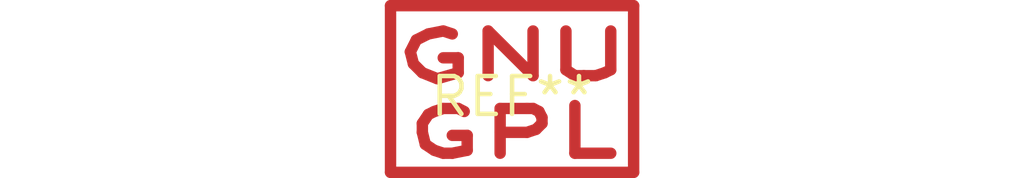
<source format=kicad_pcb>
(kicad_pcb (version 20240108) (generator pcbnew)
  (layers (0 "F.Cu" signal) (31 "B.Cu" signal) (34 "B.Paste" user) (35 "F.Paste" user) (36 "B.SilkS" user "B.Silkscreen") (37 "F.SilkS" user "F.Silkscreen") (38 "B.Mask" user) (39 "F.Mask" user) (44 "Edge.Cuts" user))
  (net 0 "")
  (footprint "Symbol_GNU-GPL_CopperTop_Small" (layer "F.Cu") (at 0 0)
    (property "Reference" "REF**")
    (property "Value" "Symbol_GNU-GPL_CopperTop_Small")
    (fp_line (start -4.064 -3.048) (end 4.064 -3.048) (layer "F.Cu") (stroke (width 0.381)))
    (fp_line (start -4.064 2.54) (end -4.064 -3.048) (layer "F.Cu") (stroke (width 0.381)))
    (fp_line (start -3.40106 -1.50114) (end -3.29946 -1.09982) (layer "F.Cu") (stroke (width 0.381)))
    (fp_line (start -3.29946 -1.09982) (end -2.99974 -0.8001) (layer "F.Cu") (stroke (width 0.381)))
    (fp_line (start -3.2004 -1.89992) (end -3.40106 -1.50114) (layer "F.Cu") (stroke (width 0.381)))
    (fp_line (start -2.99974 -0.8001) (end -2.49936 -0.59944) (layer "F.Cu") (stroke (width 0.381)))
    (fp_line (start -2.99974 0.89916) (end -2.99974 1.19888) (layer "F.Cu") (stroke (width 0.381)))
    (fp_line (start -2.99974 1.19888) (end -2.90068 1.6002) (layer "F.Cu") (stroke (width 0.381)))
    (fp_line (start -2.90068 1.6002) (end -2.60096 1.80086) (layer "F.Cu") (stroke (width 0.381)))
    (fp_line (start -2.79908 -2.10058) (end -3.2004 -1.89992) (layer "F.Cu") (stroke (width 0.381)))
    (fp_line (start -2.79908 0.59944) (end -2.99974 0.89916) (layer "F.Cu") (stroke (width 0.381)))
    (fp_line (start -2.60096 0.50038) (end -2.79908 0.59944) (layer "F.Cu") (stroke (width 0.381)))
    (fp_line (start -2.60096 1.80086) (end -2.30124 1.89992) (layer "F.Cu") (stroke (width 0.381)))
    (fp_line (start -2.49936 -0.59944) (end -1.80086 -0.8001) (layer "F.Cu") (stroke (width 0.381)))
    (fp_line (start -2.30124 -2.19964) (end -2.79908 -2.10058) (layer "F.Cu") (stroke (width 0.381)))
    (fp_line (start -2.30124 0.39878) (end -2.60096 0.50038) (layer "F.Cu") (stroke (width 0.381)))
    (fp_line (start -2.30124 1.89992) (end -1.99898 1.89992) (layer "F.Cu") (stroke (width 0.381)))
    (fp_line (start -1.99898 -2.10058) (end -2.30124 -2.19964) (layer "F.Cu") (stroke (width 0.381)))
    (fp_line (start -1.99898 1.89992) (end -1.50114 1.80086) (layer "F.Cu") (stroke (width 0.381)))
    (fp_line (start -1.80086 -1.30048) (end -2.30124 -1.30048) (layer "F.Cu") (stroke (width 0.381)))
    (fp_line (start -1.80086 -0.8001) (end -1.80086 -1.30048) (layer "F.Cu") (stroke (width 0.381)))
    (fp_line (start -1.80086 0.39878) (end -2.30124 0.39878) (layer "F.Cu") (stroke (width 0.381)))
    (fp_line (start -1.6002 0.50038) (end -1.80086 0.39878) (layer "F.Cu") (stroke (width 0.381)))
    (fp_line (start -1.50114 1.30048) (end -1.99898 1.30048) (layer "F.Cu") (stroke (width 0.381)))
    (fp_line (start -1.50114 1.80086) (end -1.50114 1.30048) (layer "F.Cu") (stroke (width 0.381)))
    (fp_line (start -0.8001 -2.19964) (end 0.70104 -0.70104) (layer "F.Cu") (stroke (width 0.381)))
    (fp_line (start -0.8001 -0.70104) (end -0.8001 -2.19964) (layer "F.Cu") (stroke (width 0.381)))
    (fp_line (start -0.39878 0.39878) (end 0.50038 0.39878) (layer "F.Cu") (stroke (width 0.381)))
    (fp_line (start -0.39878 1.89992) (end -0.39878 0.39878) (layer "F.Cu") (stroke (width 0.381)))
    (fp_line (start 0.50038 0.39878) (end 0.70104 0.39878) (layer "F.Cu") (stroke (width 0.381)))
    (fp_line (start 0.50038 1.19888) (end -0.39878 1.19888) (layer "F.Cu") (stroke (width 0.381)))
    (fp_line (start 0.70104 -0.70104) (end 0.70104 -2.19964) (layer "F.Cu") (stroke (width 0.381)))
    (fp_line (start 0.70104 0.39878) (end 0.89916 0.50038) (layer "F.Cu") (stroke (width 0.381)))
    (fp_line (start 0.8001 1.09982) (end 0.50038 1.19888) (layer "F.Cu") (stroke (width 0.381)))
    (fp_line (start 0.89916 0.50038) (end 1.00076 0.70104) (layer "F.Cu") (stroke (width 0.381)))
    (fp_line (start 1.00076 0.70104) (end 1.00076 0.89916) (layer "F.Cu") (stroke (width 0.381)))
    (fp_line (start 1.00076 0.89916) (end 0.8001 1.09982) (layer "F.Cu") (stroke (width 0.381)))
    (fp_line (start 1.80086 -2.19964) (end 1.80086 -0.89916) (layer "F.Cu") (stroke (width 0.381)))
    (fp_line (start 1.80086 -0.89916) (end 2.10058 -0.70104) (layer "F.Cu") (stroke (width 0.381)))
    (fp_line (start 2.10058 -0.70104) (end 2.4003 -0.70104) (layer "F.Cu") (stroke (width 0.381)))
    (fp_line (start 2.10058 0.29972) (end 2.10058 1.89992) (layer "F.Cu") (stroke (width 0.381)))
    (fp_line (start 2.10058 1.89992) (end 3.29946 1.89992) (layer "F.Cu") (stroke (width 0.381)))
    (fp_line (start 2.4003 -0.70104) (end 2.79908 -0.70104) (layer "F.Cu") (stroke (width 0.381)))
    (fp_line (start 2.79908 -0.70104) (end 3.0988 -0.8001) (layer "F.Cu") (stroke (width 0.381)))
    (fp_line (start 3.0988 -0.8001) (end 3.29946 -0.89916) (layer "F.Cu") (stroke (width 0.381)))
    (fp_line (start 3.29946 -0.89916) (end 3.29946 -2.19964) (layer "F.Cu") (stroke (width 0.381)))
    (fp_line (start 4.064 -3.048) (end 4.064 2.54) (layer "F.Cu") (stroke (width 0.381)))
    (fp_line (start 4.064 2.54) (end -4.064 2.54) (layer "F.Cu") (stroke (width 0.381)))
  )
)
</source>
